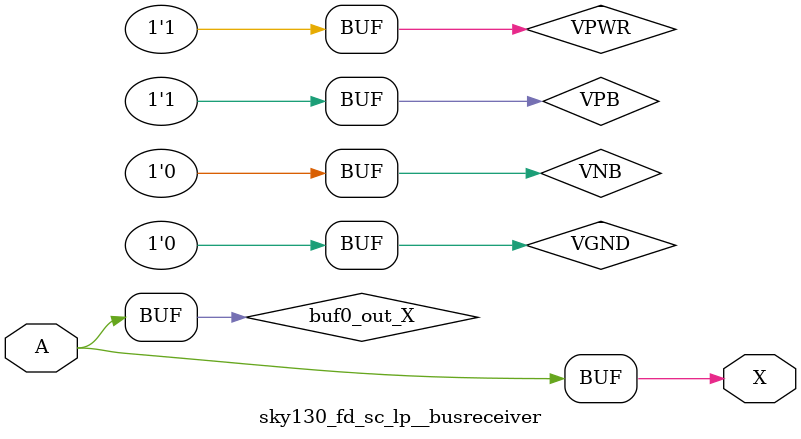
<source format=v>
/*
 * Copyright 2020 The SkyWater PDK Authors
 *
 * Licensed under the Apache License, Version 2.0 (the "License");
 * you may not use this file except in compliance with the License.
 * You may obtain a copy of the License at
 *
 *     https://www.apache.org/licenses/LICENSE-2.0
 *
 * Unless required by applicable law or agreed to in writing, software
 * distributed under the License is distributed on an "AS IS" BASIS,
 * WITHOUT WARRANTIES OR CONDITIONS OF ANY KIND, either express or implied.
 * See the License for the specific language governing permissions and
 * limitations under the License.
 *
 * SPDX-License-Identifier: Apache-2.0
*/


`ifndef SKY130_FD_SC_LP__BUSRECEIVER_BEHAVIORAL_V
`define SKY130_FD_SC_LP__BUSRECEIVER_BEHAVIORAL_V

/**
 * busreceiver: Bus signal receiver.
 *
 * Verilog simulation functional model.
 */

`timescale 1ns / 1ps
`default_nettype none

`celldefine
module sky130_fd_sc_lp__busreceiver (
    X,
    A
);

    // Module ports
    output X;
    input  A;

    // Module supplies
    supply1 VPWR;
    supply0 VGND;
    supply1 VPB ;
    supply0 VNB ;

    // Local signals
    wire buf0_out_X;

    //  Name  Output      Other arguments
    buf buf0 (buf0_out_X, A              );
    buf buf1 (X         , buf0_out_X     );

endmodule
`endcelldefine

`default_nettype wire
`endif  // SKY130_FD_SC_LP__BUSRECEIVER_BEHAVIORAL_V
</source>
